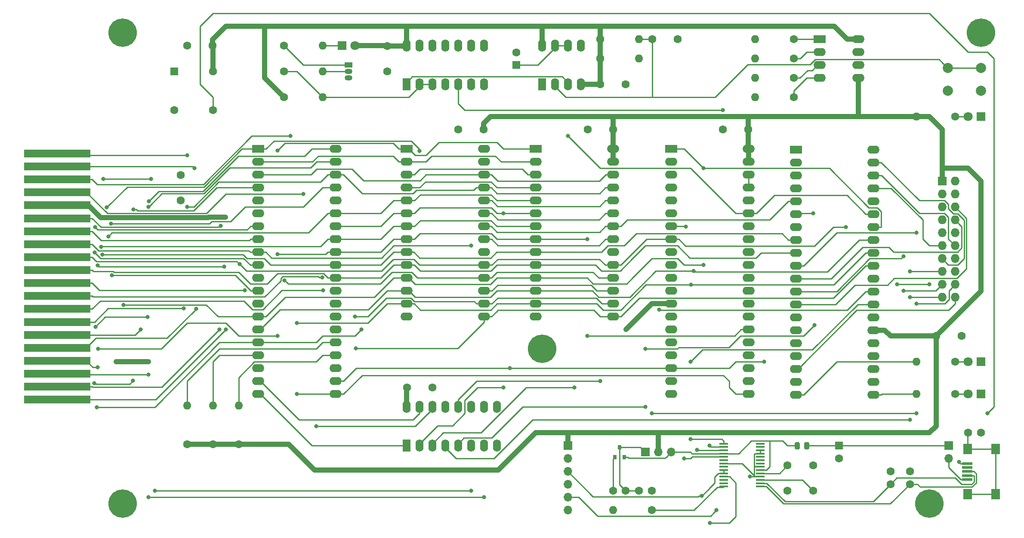
<source format=gbr>
G04 #@! TF.GenerationSoftware,KiCad,Pcbnew,(5.1.4)-1*
G04 #@! TF.CreationDate,2020-06-08T02:01:47+02:00*
G04 #@! TF.ProjectId,Z80Mini,5a38304d-696e-4692-9e6b-696361645f70,rev?*
G04 #@! TF.SameCoordinates,Original*
G04 #@! TF.FileFunction,Copper,L1,Top*
G04 #@! TF.FilePolarity,Positive*
%FSLAX46Y46*%
G04 Gerber Fmt 4.6, Leading zero omitted, Abs format (unit mm)*
G04 Created by KiCad (PCBNEW (5.1.4)-1) date 2020-06-08 02:01:47*
%MOMM*%
%LPD*%
G04 APERTURE LIST*
%ADD10O,2.400000X1.600000*%
%ADD11R,2.400000X1.600000*%
%ADD12O,1.700000X1.700000*%
%ADD13R,1.700000X1.700000*%
%ADD14C,1.600000*%
%ADD15C,5.600000*%
%ADD16O,1.727200X1.727200*%
%ADD17R,1.727200X1.727200*%
%ADD18R,1.600000X1.600000*%
%ADD19O,1.600000X2.400000*%
%ADD20R,1.600000X2.400000*%
%ADD21R,1.750000X0.450000*%
%ADD22R,0.800000X0.900000*%
%ADD23O,1.600000X1.600000*%
%ADD24R,1.500000X1.050000*%
%ADD25O,1.500000X1.050000*%
%ADD26C,1.800000*%
%ADD27R,1.800000X1.800000*%
%ADD28C,0.100000*%
%ADD29C,0.975000*%
%ADD30R,1.700000X2.000000*%
%ADD31R,2.000000X0.500000*%
%ADD32C,2.000000*%
%ADD33R,13.000000X1.650000*%
%ADD34C,0.800000*%
%ADD35C,0.250000*%
%ADD36C,1.000000*%
G04 APERTURE END LIST*
D10*
X154940000Y-73660000D03*
X139700000Y-106680000D03*
X154940000Y-76200000D03*
X139700000Y-104140000D03*
X154940000Y-78740000D03*
X139700000Y-101600000D03*
X154940000Y-81280000D03*
X139700000Y-99060000D03*
X154940000Y-83820000D03*
X139700000Y-96520000D03*
X154940000Y-86360000D03*
X139700000Y-93980000D03*
X154940000Y-88900000D03*
X139700000Y-91440000D03*
X154940000Y-91440000D03*
X139700000Y-88900000D03*
X154940000Y-93980000D03*
X139700000Y-86360000D03*
X154940000Y-96520000D03*
X139700000Y-83820000D03*
X154940000Y-99060000D03*
X139700000Y-81280000D03*
X154940000Y-101600000D03*
X139700000Y-78740000D03*
X154940000Y-104140000D03*
X139700000Y-76200000D03*
X154940000Y-106680000D03*
D11*
X139700000Y-73660000D03*
D12*
X191770000Y-133350000D03*
X189230000Y-133350000D03*
D13*
X186690000Y-133350000D03*
D12*
X246380000Y-134620000D03*
D13*
X246380000Y-132080000D03*
D12*
X171450000Y-144780000D03*
X171450000Y-142240000D03*
X171450000Y-139700000D03*
X171450000Y-137160000D03*
X171450000Y-134620000D03*
D13*
X171450000Y-132080000D03*
D14*
X139780000Y-120650000D03*
X144780000Y-120650000D03*
D15*
X166370000Y-113030000D03*
X242570000Y-143510000D03*
X83820000Y-143510000D03*
X83820000Y-50800000D03*
X252730000Y-50800000D03*
D16*
X247650000Y-102870000D03*
X245110000Y-102870000D03*
X247650000Y-100330000D03*
X245110000Y-100330000D03*
X247650000Y-97790000D03*
X245110000Y-97790000D03*
X247650000Y-95250000D03*
X245110000Y-95250000D03*
X247650000Y-92710000D03*
X245110000Y-92710000D03*
X247650000Y-90170000D03*
X245110000Y-90170000D03*
X247650000Y-87630000D03*
X245110000Y-87630000D03*
X247650000Y-85090000D03*
X245110000Y-85090000D03*
X247650000Y-82550000D03*
X245110000Y-82550000D03*
X247650000Y-80010000D03*
D17*
X245110000Y-80010000D03*
D14*
X224790000Y-134580000D03*
D18*
X224790000Y-132080000D03*
D19*
X139700000Y-124460000D03*
X157480000Y-132080000D03*
X142240000Y-124460000D03*
X154940000Y-132080000D03*
X144780000Y-124460000D03*
X152400000Y-132080000D03*
X147320000Y-124460000D03*
X149860000Y-132080000D03*
X149860000Y-124460000D03*
X147320000Y-132080000D03*
X152400000Y-124460000D03*
X144780000Y-132080000D03*
X154940000Y-124460000D03*
X142240000Y-132080000D03*
X157480000Y-124460000D03*
D20*
X139700000Y-132080000D03*
D21*
X209340000Y-131665000D03*
X209340000Y-132315000D03*
X209340000Y-132965000D03*
X209340000Y-133615000D03*
X209340000Y-134265000D03*
X209340000Y-134915000D03*
X209340000Y-135565000D03*
X209340000Y-136215000D03*
X209340000Y-136865000D03*
X209340000Y-137515000D03*
X209340000Y-138165000D03*
X209340000Y-138815000D03*
X209340000Y-139465000D03*
X209340000Y-140115000D03*
X202140000Y-140115000D03*
X202140000Y-139465000D03*
X202140000Y-138815000D03*
X202140000Y-138165000D03*
X202140000Y-137515000D03*
X202140000Y-136865000D03*
X202140000Y-136215000D03*
X202140000Y-135565000D03*
X202140000Y-134915000D03*
X202140000Y-134265000D03*
X202140000Y-133615000D03*
X202140000Y-132965000D03*
X202140000Y-132315000D03*
X202140000Y-131665000D03*
D22*
X181610000Y-132350000D03*
X182560000Y-134350000D03*
X180660000Y-134350000D03*
D14*
X161290000Y-54650000D03*
D18*
X161290000Y-57150000D03*
D14*
X214630000Y-135970000D03*
X214630000Y-140970000D03*
D23*
X180340000Y-144780000D03*
D14*
X187960000Y-144780000D03*
X185460000Y-140970000D03*
X187960000Y-140970000D03*
X182840000Y-140970000D03*
X180340000Y-140970000D03*
D19*
X166370000Y-53340000D03*
X173990000Y-60960000D03*
X168910000Y-53340000D03*
X171450000Y-60960000D03*
X171450000Y-53340000D03*
X168910000Y-60960000D03*
X173990000Y-53340000D03*
D20*
X166370000Y-60960000D03*
D23*
X123190000Y-63500000D03*
D14*
X115570000Y-63500000D03*
D23*
X123190000Y-53340000D03*
D14*
X115570000Y-53340000D03*
D23*
X123190000Y-58420000D03*
D14*
X115570000Y-58420000D03*
D24*
X128270000Y-57150000D03*
D25*
X128270000Y-59690000D03*
X128270000Y-58420000D03*
D26*
X129540000Y-53340000D03*
D27*
X127000000Y-53340000D03*
D14*
X193040000Y-52070000D03*
X188040000Y-52070000D03*
D10*
X125730000Y-73660000D03*
X110490000Y-121920000D03*
X125730000Y-76200000D03*
X110490000Y-119380000D03*
X125730000Y-78740000D03*
X110490000Y-116840000D03*
X125730000Y-81280000D03*
X110490000Y-114300000D03*
X125730000Y-83820000D03*
X110490000Y-111760000D03*
X125730000Y-86360000D03*
X110490000Y-109220000D03*
X125730000Y-88900000D03*
X110490000Y-106680000D03*
X125730000Y-91440000D03*
X110490000Y-104140000D03*
X125730000Y-93980000D03*
X110490000Y-101600000D03*
X125730000Y-96520000D03*
X110490000Y-99060000D03*
X125730000Y-99060000D03*
X110490000Y-96520000D03*
X125730000Y-101600000D03*
X110490000Y-93980000D03*
X125730000Y-104140000D03*
X110490000Y-91440000D03*
X125730000Y-106680000D03*
X110490000Y-88900000D03*
X125730000Y-109220000D03*
X110490000Y-86360000D03*
X125730000Y-111760000D03*
X110490000Y-83820000D03*
X125730000Y-114300000D03*
X110490000Y-81280000D03*
X125730000Y-116840000D03*
X110490000Y-78740000D03*
X125730000Y-119380000D03*
X110490000Y-76200000D03*
X125730000Y-121920000D03*
D11*
X110490000Y-73660000D03*
D23*
X185420000Y-55880000D03*
D14*
X177800000Y-55880000D03*
D19*
X139700000Y-53340000D03*
X154940000Y-60960000D03*
X142240000Y-53340000D03*
X152400000Y-60960000D03*
X144780000Y-53340000D03*
X149860000Y-60960000D03*
X147320000Y-53340000D03*
X147320000Y-60960000D03*
X149860000Y-53340000D03*
X144780000Y-60960000D03*
X152400000Y-53340000D03*
X142240000Y-60960000D03*
X154940000Y-53340000D03*
D20*
X139700000Y-60960000D03*
D14*
X180340000Y-69850000D03*
X175340000Y-69850000D03*
D10*
X180340000Y-73660000D03*
X165100000Y-106680000D03*
X180340000Y-76200000D03*
X165100000Y-104140000D03*
X180340000Y-78740000D03*
X165100000Y-101600000D03*
X180340000Y-81280000D03*
X165100000Y-99060000D03*
X180340000Y-83820000D03*
X165100000Y-96520000D03*
X180340000Y-86360000D03*
X165100000Y-93980000D03*
X180340000Y-88900000D03*
X165100000Y-91440000D03*
X180340000Y-91440000D03*
X165100000Y-88900000D03*
X180340000Y-93980000D03*
X165100000Y-86360000D03*
X180340000Y-96520000D03*
X165100000Y-83820000D03*
X180340000Y-99060000D03*
X165100000Y-81280000D03*
X180340000Y-101600000D03*
X165100000Y-78740000D03*
X180340000Y-104140000D03*
X165100000Y-76200000D03*
X180340000Y-106680000D03*
D11*
X165100000Y-73660000D03*
D14*
X219710000Y-135970000D03*
X219710000Y-140970000D03*
D10*
X207010000Y-73660000D03*
X191770000Y-121920000D03*
X207010000Y-76200000D03*
X191770000Y-119380000D03*
X207010000Y-78740000D03*
X191770000Y-116840000D03*
X207010000Y-81280000D03*
X191770000Y-114300000D03*
X207010000Y-83820000D03*
X191770000Y-111760000D03*
X207010000Y-86360000D03*
X191770000Y-109220000D03*
X207010000Y-88900000D03*
X191770000Y-106680000D03*
X207010000Y-91440000D03*
X191770000Y-104140000D03*
X207010000Y-93980000D03*
X191770000Y-101600000D03*
X207010000Y-96520000D03*
X191770000Y-99060000D03*
X207010000Y-99060000D03*
X191770000Y-96520000D03*
X207010000Y-101600000D03*
X191770000Y-93980000D03*
X207010000Y-104140000D03*
X191770000Y-91440000D03*
X207010000Y-106680000D03*
X191770000Y-88900000D03*
X207010000Y-109220000D03*
X191770000Y-86360000D03*
X207010000Y-111760000D03*
X191770000Y-83820000D03*
X207010000Y-114300000D03*
X191770000Y-81280000D03*
X207010000Y-116840000D03*
X191770000Y-78740000D03*
X207010000Y-119380000D03*
X191770000Y-76200000D03*
X207010000Y-121920000D03*
D11*
X191770000Y-73660000D03*
D10*
X231590000Y-73780000D03*
X216350000Y-122040000D03*
X231590000Y-76320000D03*
X216350000Y-119500000D03*
X231590000Y-78860000D03*
X216350000Y-116960000D03*
X231590000Y-81400000D03*
X216350000Y-114420000D03*
X231590000Y-83940000D03*
X216350000Y-111880000D03*
X231590000Y-86480000D03*
X216350000Y-109340000D03*
X231590000Y-89020000D03*
X216350000Y-106800000D03*
X231590000Y-91560000D03*
X216350000Y-104260000D03*
X231590000Y-94100000D03*
X216350000Y-101720000D03*
X231590000Y-96640000D03*
X216350000Y-99180000D03*
X231590000Y-99180000D03*
X216350000Y-96640000D03*
X231590000Y-101720000D03*
X216350000Y-94100000D03*
X231590000Y-104260000D03*
X216350000Y-91560000D03*
X231590000Y-106800000D03*
X216350000Y-89020000D03*
X231590000Y-109340000D03*
X216350000Y-86480000D03*
X231590000Y-111880000D03*
X216350000Y-83940000D03*
X231590000Y-114420000D03*
X216350000Y-81400000D03*
X231590000Y-116960000D03*
X216350000Y-78860000D03*
X231590000Y-119500000D03*
X216350000Y-76320000D03*
X231590000Y-122040000D03*
D11*
X216350000Y-73780000D03*
D10*
X228600000Y-52070000D03*
X220980000Y-59690000D03*
X228600000Y-54610000D03*
X220980000Y-57150000D03*
X228600000Y-57150000D03*
X220980000Y-54610000D03*
X228600000Y-59690000D03*
D11*
X220980000Y-52070000D03*
D23*
X208280000Y-63500000D03*
D14*
X215900000Y-63500000D03*
D23*
X208280000Y-59690000D03*
D14*
X215900000Y-59690000D03*
D23*
X208280000Y-55880000D03*
D14*
X215900000Y-55880000D03*
D23*
X208280000Y-52070000D03*
D14*
X215900000Y-52070000D03*
D23*
X240030000Y-67310000D03*
D14*
X247650000Y-67310000D03*
D26*
X250190000Y-67310000D03*
D27*
X252730000Y-67310000D03*
D23*
X240030000Y-121920000D03*
D14*
X247650000Y-121920000D03*
D23*
X240030000Y-115570000D03*
D14*
X247650000Y-115570000D03*
D26*
X250190000Y-121920000D03*
D27*
X252730000Y-121920000D03*
D26*
X250190000Y-115570000D03*
D27*
X252730000Y-115570000D03*
D28*
G36*
X218707642Y-131381174D02*
G01*
X218731303Y-131384684D01*
X218754507Y-131390496D01*
X218777029Y-131398554D01*
X218798653Y-131408782D01*
X218819170Y-131421079D01*
X218838383Y-131435329D01*
X218856107Y-131451393D01*
X218872171Y-131469117D01*
X218886421Y-131488330D01*
X218898718Y-131508847D01*
X218908946Y-131530471D01*
X218917004Y-131552993D01*
X218922816Y-131576197D01*
X218926326Y-131599858D01*
X218927500Y-131623750D01*
X218927500Y-132536250D01*
X218926326Y-132560142D01*
X218922816Y-132583803D01*
X218917004Y-132607007D01*
X218908946Y-132629529D01*
X218898718Y-132651153D01*
X218886421Y-132671670D01*
X218872171Y-132690883D01*
X218856107Y-132708607D01*
X218838383Y-132724671D01*
X218819170Y-132738921D01*
X218798653Y-132751218D01*
X218777029Y-132761446D01*
X218754507Y-132769504D01*
X218731303Y-132775316D01*
X218707642Y-132778826D01*
X218683750Y-132780000D01*
X218196250Y-132780000D01*
X218172358Y-132778826D01*
X218148697Y-132775316D01*
X218125493Y-132769504D01*
X218102971Y-132761446D01*
X218081347Y-132751218D01*
X218060830Y-132738921D01*
X218041617Y-132724671D01*
X218023893Y-132708607D01*
X218007829Y-132690883D01*
X217993579Y-132671670D01*
X217981282Y-132651153D01*
X217971054Y-132629529D01*
X217962996Y-132607007D01*
X217957184Y-132583803D01*
X217953674Y-132560142D01*
X217952500Y-132536250D01*
X217952500Y-131623750D01*
X217953674Y-131599858D01*
X217957184Y-131576197D01*
X217962996Y-131552993D01*
X217971054Y-131530471D01*
X217981282Y-131508847D01*
X217993579Y-131488330D01*
X218007829Y-131469117D01*
X218023893Y-131451393D01*
X218041617Y-131435329D01*
X218060830Y-131421079D01*
X218081347Y-131408782D01*
X218102971Y-131398554D01*
X218125493Y-131390496D01*
X218148697Y-131384684D01*
X218172358Y-131381174D01*
X218196250Y-131380000D01*
X218683750Y-131380000D01*
X218707642Y-131381174D01*
X218707642Y-131381174D01*
G37*
D29*
X218440000Y-132080000D03*
D28*
G36*
X216832642Y-131381174D02*
G01*
X216856303Y-131384684D01*
X216879507Y-131390496D01*
X216902029Y-131398554D01*
X216923653Y-131408782D01*
X216944170Y-131421079D01*
X216963383Y-131435329D01*
X216981107Y-131451393D01*
X216997171Y-131469117D01*
X217011421Y-131488330D01*
X217023718Y-131508847D01*
X217033946Y-131530471D01*
X217042004Y-131552993D01*
X217047816Y-131576197D01*
X217051326Y-131599858D01*
X217052500Y-131623750D01*
X217052500Y-132536250D01*
X217051326Y-132560142D01*
X217047816Y-132583803D01*
X217042004Y-132607007D01*
X217033946Y-132629529D01*
X217023718Y-132651153D01*
X217011421Y-132671670D01*
X216997171Y-132690883D01*
X216981107Y-132708607D01*
X216963383Y-132724671D01*
X216944170Y-132738921D01*
X216923653Y-132751218D01*
X216902029Y-132761446D01*
X216879507Y-132769504D01*
X216856303Y-132775316D01*
X216832642Y-132778826D01*
X216808750Y-132780000D01*
X216321250Y-132780000D01*
X216297358Y-132778826D01*
X216273697Y-132775316D01*
X216250493Y-132769504D01*
X216227971Y-132761446D01*
X216206347Y-132751218D01*
X216185830Y-132738921D01*
X216166617Y-132724671D01*
X216148893Y-132708607D01*
X216132829Y-132690883D01*
X216118579Y-132671670D01*
X216106282Y-132651153D01*
X216096054Y-132629529D01*
X216087996Y-132607007D01*
X216082184Y-132583803D01*
X216078674Y-132560142D01*
X216077500Y-132536250D01*
X216077500Y-131623750D01*
X216078674Y-131599858D01*
X216082184Y-131576197D01*
X216087996Y-131552993D01*
X216096054Y-131530471D01*
X216106282Y-131508847D01*
X216118579Y-131488330D01*
X216132829Y-131469117D01*
X216148893Y-131451393D01*
X216166617Y-131435329D01*
X216185830Y-131421079D01*
X216206347Y-131408782D01*
X216227971Y-131398554D01*
X216250493Y-131390496D01*
X216273697Y-131384684D01*
X216297358Y-131381174D01*
X216321250Y-131380000D01*
X216808750Y-131380000D01*
X216832642Y-131381174D01*
X216832642Y-131381174D01*
G37*
D29*
X216565000Y-132080000D03*
D30*
X255580000Y-132710000D03*
X250130000Y-132710000D03*
X255580000Y-141610000D03*
X250130000Y-141610000D03*
D31*
X250030000Y-135560000D03*
X250030000Y-136360000D03*
X250030000Y-137160000D03*
X250030000Y-137960000D03*
X250030000Y-138760000D03*
D14*
X252730000Y-129540000D03*
X250230000Y-129540000D03*
X238760000Y-139660000D03*
X238760000Y-137160000D03*
X234950000Y-137160000D03*
X234950000Y-139660000D03*
D32*
X246230000Y-62230000D03*
X246230000Y-57730000D03*
X252730000Y-62230000D03*
X252730000Y-57730000D03*
D14*
X93980000Y-66040000D03*
X101600000Y-66040000D03*
X101600000Y-58420000D03*
D18*
X93980000Y-58420000D03*
D23*
X96520000Y-124160000D03*
D14*
X96520000Y-131780000D03*
D23*
X106680000Y-124160000D03*
D14*
X106680000Y-131780000D03*
D23*
X101600000Y-124160000D03*
D14*
X101600000Y-131780000D03*
D23*
X185420000Y-52070000D03*
D14*
X177800000Y-52070000D03*
D33*
X70993000Y-122999000D03*
X70993000Y-120449000D03*
X70993000Y-117899000D03*
X70993000Y-115349000D03*
X70993000Y-112799000D03*
X70993000Y-110249000D03*
X70993000Y-107699000D03*
X70993000Y-105149000D03*
X70993000Y-102599000D03*
X70993000Y-100049000D03*
X70993000Y-97499000D03*
X70993000Y-94949000D03*
X70993000Y-92399000D03*
X70993000Y-89849000D03*
X70993000Y-87299000D03*
X70993000Y-84749000D03*
X70993000Y-82199000D03*
X70993000Y-79649000D03*
X70993000Y-77099000D03*
X70993000Y-74549000D03*
D14*
X206930000Y-69850000D03*
X201930000Y-69850000D03*
X243920000Y-110490000D03*
X248920000Y-110490000D03*
X101520000Y-53340000D03*
X96520000Y-53340000D03*
X182800000Y-60960000D03*
X177800000Y-60960000D03*
X135890000Y-53420000D03*
X135890000Y-58420000D03*
X154860000Y-69850000D03*
X149860000Y-69850000D03*
X95250000Y-78820000D03*
X95250000Y-83820000D03*
D34*
X248400200Y-135255500D03*
X88900000Y-115570000D03*
X82550000Y-115570000D03*
X207275000Y-138165000D03*
X182880000Y-109220000D03*
X104085400Y-87095400D03*
X95250000Y-87095400D03*
X214630000Y-129540000D03*
X182880000Y-129540000D03*
X133650000Y-136860000D03*
X118110000Y-121920000D03*
X84012600Y-104312700D03*
X198120000Y-96520000D03*
X198120000Y-77470000D03*
X195654500Y-100405000D03*
X81702200Y-98505900D03*
X118110000Y-107950000D03*
X219965000Y-108328000D03*
X186690000Y-113030000D03*
X78426300Y-89014200D03*
X129540000Y-106680000D03*
X194617200Y-88972300D03*
X78310100Y-93996400D03*
X115664979Y-99490085D03*
X195580000Y-115570000D03*
X103784700Y-96855100D03*
X78875200Y-96525100D03*
X210102800Y-115570000D03*
X160020000Y-116840000D03*
X79804400Y-94482200D03*
X79589900Y-92923200D03*
X81011000Y-90903500D03*
X172720000Y-120650000D03*
X81551700Y-88310200D03*
X80010000Y-79586000D03*
X89392175Y-79517825D03*
X88743100Y-106741700D03*
X78468600Y-108662900D03*
X88900000Y-85090000D03*
X142264600Y-74010300D03*
X80733358Y-85138930D03*
X78964200Y-113030000D03*
X114300000Y-110490000D03*
X85898000Y-119222700D03*
X78210700Y-119799900D03*
X85927510Y-85545379D03*
X114300000Y-73951800D03*
X104140000Y-109220000D03*
X121920000Y-128270000D03*
X102870000Y-109220000D03*
X88900000Y-118110000D03*
X98334990Y-105119500D03*
X88950400Y-83964700D03*
X87344600Y-109220000D03*
X96513400Y-85026100D03*
X95852100Y-105039200D03*
X123316500Y-101512100D03*
X123069300Y-98924300D03*
X158750000Y-86360000D03*
X158750000Y-120650000D03*
X114269900Y-94375300D03*
X107907700Y-101486800D03*
X175260000Y-91440000D03*
X175260000Y-110410600D03*
X226113700Y-89044100D03*
X106859500Y-96340500D03*
X189383500Y-105265900D03*
X152400000Y-92710000D03*
X129674000Y-112896000D03*
X196212100Y-97654300D03*
X103087800Y-88770600D03*
X119380000Y-82550000D03*
X97963710Y-77470000D03*
X96520000Y-74930000D03*
X78706600Y-124493400D03*
X130810000Y-109220000D03*
X171450000Y-71120000D03*
X196850000Y-132889990D03*
X199390000Y-147320000D03*
X238760000Y-102870000D03*
X237490000Y-94745900D03*
X240030000Y-90170000D03*
X238760000Y-97790000D03*
X236220000Y-100330000D03*
X242570000Y-100330000D03*
X237490000Y-101600000D03*
X240030000Y-104140000D03*
X219710000Y-86360000D03*
X238760000Y-127000000D03*
X186690000Y-124460000D03*
X201930000Y-66040000D03*
X187960000Y-125730000D03*
X240030000Y-125730000D03*
X254000000Y-125730000D03*
X154940000Y-142240000D03*
X88900000Y-142240000D03*
X78908113Y-116670010D03*
X152400000Y-140970000D03*
X90170000Y-140970000D03*
X177800000Y-119380000D03*
X116840000Y-71120000D03*
X200660000Y-144780000D03*
X199339555Y-132080000D03*
X197825000Y-141945000D03*
X194310000Y-134620000D03*
X195580000Y-130810000D03*
D35*
X248400200Y-135255500D02*
X248704700Y-135560000D01*
X250030000Y-135560000D02*
X248704700Y-135560000D01*
D36*
X216750000Y-89020000D02*
X216870000Y-88900000D01*
X216350000Y-89020000D02*
X216750000Y-89020000D01*
X82550000Y-115570000D02*
X88900000Y-115570000D01*
D35*
X214365000Y-140705000D02*
X214630000Y-140970000D01*
X209340000Y-132965000D02*
X209340000Y-133615000D01*
X208304998Y-138165000D02*
X209340000Y-138165000D01*
X205704998Y-135565000D02*
X208304998Y-138165000D01*
X202140000Y-135565000D02*
X205704998Y-135565000D01*
X209340000Y-138165000D02*
X207275000Y-138165000D01*
X207275000Y-138165000D02*
X207275000Y-138165000D01*
X208304998Y-136215000D02*
X209340000Y-136215000D01*
X208139999Y-136050001D02*
X208304998Y-136215000D01*
X208215000Y-133615000D02*
X208139999Y-133690001D01*
X209340000Y-133615000D02*
X208215000Y-133615000D01*
X208139999Y-138000001D02*
X208304998Y-138165000D01*
X208139999Y-135749999D02*
X208139999Y-138000001D01*
X208139999Y-133690001D02*
X208139999Y-135749999D01*
X208139999Y-135749999D02*
X208139999Y-136050001D01*
D36*
X242570000Y-67310000D02*
X240030000Y-67310000D01*
X245110000Y-69850000D02*
X242570000Y-67310000D01*
X206930000Y-73580000D02*
X207010000Y-73660000D01*
X206930000Y-69850000D02*
X206930000Y-73580000D01*
X187960000Y-104140000D02*
X191770000Y-104140000D01*
D35*
X191770000Y-104140000D02*
X190244700Y-104140000D01*
D36*
X182880000Y-109220000D02*
X184150000Y-107950000D01*
X184150000Y-107950000D02*
X187960000Y-104140000D01*
X139620000Y-53420000D02*
X139700000Y-53340000D01*
X228200000Y-52070000D02*
X228600000Y-52070000D01*
X135890000Y-53420000D02*
X139620000Y-53420000D01*
X180340000Y-69850000D02*
X180340000Y-73660000D01*
X206930000Y-67390000D02*
X207010000Y-67310000D01*
X206930000Y-69850000D02*
X206930000Y-67390000D01*
X222250000Y-67310000D02*
X207010000Y-67310000D01*
X182880000Y-129540000D02*
X182880000Y-129540000D01*
X172720000Y-49530000D02*
X173990000Y-49530000D01*
X177800000Y-52070000D02*
X177800000Y-57150000D01*
X166370000Y-53340000D02*
X166370000Y-49530000D01*
X172720000Y-49530000D02*
X166370000Y-49530000D01*
X177800000Y-52070000D02*
X177800000Y-49530000D01*
X173990000Y-49530000D02*
X177800000Y-49530000D01*
X173990000Y-60960000D02*
X177800000Y-60960000D01*
X177800000Y-57150000D02*
X177800000Y-60960000D01*
X154860000Y-68660000D02*
X154860000Y-69850000D01*
X156210000Y-67310000D02*
X154860000Y-68660000D01*
X180340000Y-67310000D02*
X180340000Y-69850000D01*
X207010000Y-67310000D02*
X180340000Y-67310000D01*
X180340000Y-67310000D02*
X156210000Y-67310000D01*
X101600000Y-53420000D02*
X101520000Y-53340000D01*
X101600000Y-58420000D02*
X101600000Y-53420000D01*
X100671730Y-87185011D02*
X79464013Y-87185011D01*
X100761341Y-87095400D02*
X100671730Y-87185011D01*
X104085400Y-87095400D02*
X100761341Y-87095400D01*
D35*
X103519715Y-87095400D02*
X104085400Y-87095400D01*
X80108989Y-87095400D02*
X103519715Y-87095400D01*
D36*
X77028002Y-84749000D02*
X70993000Y-84749000D01*
X79464013Y-87185011D02*
X77028002Y-84749000D01*
X182880000Y-129540000D02*
X189230000Y-129540000D01*
X182880000Y-129540000D02*
X171450000Y-129540000D01*
X171450000Y-132080000D02*
X171450000Y-129540000D01*
X207010000Y-73660000D02*
X207010000Y-76200000D01*
X208280000Y-129540000D02*
X242570000Y-129540000D01*
X243920000Y-128190000D02*
X243920000Y-126840000D01*
X242570000Y-129540000D02*
X243920000Y-128190000D01*
X189230000Y-129540000D02*
X208280000Y-129540000D01*
D35*
X213085000Y-137515000D02*
X209340000Y-137515000D01*
X214630000Y-135970000D02*
X213085000Y-137515000D01*
D36*
X134920000Y-136860000D02*
X139400000Y-136860000D01*
X133650000Y-136860000D02*
X134920000Y-136860000D01*
X139700000Y-120650000D02*
X139700000Y-124460000D01*
X245110000Y-80010000D02*
X245110000Y-77470000D01*
X245110000Y-78146400D02*
X245110000Y-80010000D01*
X231590000Y-109340000D02*
X233800000Y-109340000D01*
X233800000Y-109340000D02*
X234950000Y-110490000D01*
X243920000Y-126840000D02*
X243920000Y-110490000D01*
X234950000Y-110490000D02*
X243920000Y-110490000D01*
X243920000Y-110490000D02*
X246460000Y-107950000D01*
X245110000Y-77470000D02*
X245110000Y-69850000D01*
X252730000Y-101680000D02*
X246460000Y-107950000D01*
X252730000Y-80010000D02*
X252730000Y-101680000D01*
X250190000Y-77470000D02*
X252730000Y-80010000D01*
X245110000Y-77470000D02*
X250190000Y-77470000D01*
X189230000Y-133350000D02*
X189230000Y-129540000D01*
X96520000Y-131780000D02*
X116540000Y-131780000D01*
X121620000Y-136860000D02*
X133650000Y-136860000D01*
X116540000Y-131780000D02*
X121620000Y-136860000D01*
X180340000Y-76200000D02*
X180340000Y-73660000D01*
X228600000Y-59690000D02*
X228600000Y-67310000D01*
X240030000Y-67310000D02*
X228600000Y-67310000D01*
X228600000Y-67310000D02*
X222250000Y-67310000D01*
X226400000Y-52070000D02*
X228600000Y-52070000D01*
X223860000Y-49530000D02*
X226400000Y-52070000D01*
X177800000Y-49530000D02*
X223860000Y-49530000D01*
X139700000Y-53340000D02*
X139700000Y-52940000D01*
X135810000Y-53340000D02*
X135890000Y-53420000D01*
X130810000Y-53340000D02*
X135810000Y-53340000D01*
X139700000Y-53340000D02*
X139700000Y-49530000D01*
X139700000Y-49530000D02*
X166370000Y-49530000D01*
X101520000Y-53340000D02*
X101520000Y-52150000D01*
X101520000Y-52150000D02*
X104140000Y-49530000D01*
X115570000Y-63500000D02*
X111760000Y-59690000D01*
X113030000Y-49530000D02*
X139700000Y-49530000D01*
X111760000Y-59690000D02*
X111760000Y-49530000D01*
X104140000Y-49530000D02*
X111760000Y-49530000D01*
X111760000Y-49530000D02*
X113030000Y-49530000D01*
X130810000Y-53340000D02*
X129540000Y-53340000D01*
X165100000Y-129540000D02*
X171450000Y-129540000D01*
X134920000Y-136860000D02*
X157780000Y-136860000D01*
X157780000Y-136860000D02*
X165100000Y-129540000D01*
D35*
X250130000Y-141610000D02*
X255580000Y-141610000D01*
X250717700Y-132710000D02*
X250230000Y-132222300D01*
X250717700Y-132710000D02*
X251305300Y-132710000D01*
X250130000Y-132710000D02*
X250717700Y-132710000D01*
X255580000Y-132710000D02*
X251305300Y-132710000D01*
X255580000Y-141610000D02*
X255580000Y-132710000D01*
X250130000Y-129640000D02*
X250230000Y-129540000D01*
X250130000Y-132710000D02*
X250130000Y-129640000D01*
X251355300Y-137960000D02*
X251355300Y-139197800D01*
X251355300Y-139197800D02*
X251217700Y-139335400D01*
X250030000Y-137960000D02*
X251355300Y-137960000D01*
X251355300Y-139197800D02*
X250853100Y-139700000D01*
X231550011Y-143059989D02*
X234950000Y-139660000D01*
X214179989Y-143059989D02*
X231550011Y-143059989D01*
X209340000Y-139465000D02*
X210585000Y-139465000D01*
X210585000Y-139465000D02*
X214179989Y-143059989D01*
X236180000Y-138430000D02*
X239195002Y-138430000D01*
X234950000Y-139660000D02*
X236180000Y-138430000D01*
X250853100Y-139700000D02*
X248920000Y-139700000D01*
X248920000Y-139700000D02*
X247650000Y-138430000D01*
X247650000Y-138430000D02*
X238760000Y-138430000D01*
X251805700Y-139384300D02*
X250995500Y-140194500D01*
X251805700Y-137610400D02*
X251805700Y-139384300D01*
X250030000Y-137160000D02*
X251355300Y-137160000D01*
X251355300Y-137160000D02*
X251805700Y-137610400D01*
X240765500Y-140194500D02*
X250995500Y-140194500D01*
X234910000Y-143510000D02*
X238760000Y-139660000D01*
X210465000Y-140115000D02*
X209340000Y-140115000D01*
X213860000Y-143510000D02*
X210465000Y-140115000D01*
X234910000Y-143510000D02*
X213860000Y-143510000D01*
X240231000Y-139660000D02*
X238760000Y-139660000D01*
X240765500Y-140194500D02*
X240231000Y-139660000D01*
X218440000Y-132080000D02*
X242570000Y-132080000D01*
X242570000Y-132080000D02*
X246380000Y-132080000D01*
X101600000Y-115570000D02*
X101600000Y-119380000D01*
X110490000Y-114300000D02*
X102870000Y-114300000D01*
X102870000Y-114300000D02*
X101600000Y-115570000D01*
X101600000Y-119380000D02*
X101600000Y-124160000D01*
X123190000Y-114300000D02*
X125730000Y-114300000D01*
X121920000Y-115570000D02*
X123190000Y-114300000D01*
X109768996Y-115570000D02*
X121920000Y-115570000D01*
X106680000Y-124160000D02*
X106680000Y-118658996D01*
X106680000Y-118658996D02*
X109768996Y-115570000D01*
X197685300Y-118217500D02*
X197685300Y-118217600D01*
X197685300Y-118217600D02*
X130957700Y-118217600D01*
X130957700Y-118217600D02*
X127255300Y-121920000D01*
X207010000Y-121920000D02*
X205484700Y-121920000D01*
X125730000Y-121920000D02*
X127255300Y-121920000D01*
X178814700Y-88900000D02*
X177680400Y-90034300D01*
X180340000Y-88900000D02*
X181865300Y-88900000D01*
X216350000Y-83940000D02*
X214824700Y-83940000D01*
X214824700Y-83940000D02*
X211134700Y-87630000D01*
X211134700Y-87630000D02*
X183135300Y-87630000D01*
X183135300Y-87630000D02*
X181865300Y-88900000D01*
X180340000Y-88900000D02*
X178814700Y-88900000D01*
X197685300Y-118217500D02*
X202037500Y-118217500D01*
X202037500Y-118217500D02*
X203200000Y-119380000D01*
X203200000Y-119380000D02*
X203200000Y-120650000D01*
X204470000Y-121920000D02*
X205484700Y-121920000D01*
X203200000Y-120650000D02*
X204470000Y-121920000D01*
X157524300Y-90034300D02*
X157615700Y-90034300D01*
X156390000Y-88900000D02*
X157524300Y-90034300D01*
X154940000Y-88900000D02*
X156390000Y-88900000D01*
X177680400Y-90034300D02*
X157615700Y-90034300D01*
X118110000Y-121920000D02*
X125730000Y-121920000D01*
X110490000Y-106680000D02*
X102613000Y-106680000D01*
X102613000Y-106680000D02*
X100245800Y-104312800D01*
X100245800Y-104312800D02*
X84012600Y-104312800D01*
X84012600Y-104312800D02*
X84012600Y-104312700D01*
X231590000Y-89020000D02*
X233115300Y-89020000D01*
X222919800Y-77470000D02*
X230659800Y-85210000D01*
X230659800Y-85210000D02*
X232311700Y-85210000D01*
X232311700Y-85210000D02*
X233115300Y-86013600D01*
X233115300Y-86013600D02*
X233115300Y-89020000D01*
X110490000Y-106680000D02*
X112015300Y-106680000D01*
X112015300Y-106680000D02*
X115825300Y-102870000D01*
X183024990Y-100185010D02*
X184150000Y-99060000D01*
X140100000Y-99060000D02*
X141370000Y-100330000D01*
X139700000Y-99060000D02*
X140100000Y-99060000D01*
X141370000Y-100330000D02*
X156210000Y-100330000D01*
X156210000Y-100330000D02*
X157480000Y-99060000D01*
X157480000Y-99060000D02*
X165100000Y-99060000D01*
X184150000Y-99060000D02*
X187960000Y-95250000D01*
X187960000Y-95250000D02*
X193040000Y-95250000D01*
X193040000Y-95250000D02*
X194310000Y-96520000D01*
X194310000Y-96520000D02*
X196850000Y-96520000D01*
X196850000Y-96520000D02*
X198120000Y-96520000D01*
X198120000Y-96520000D02*
X198120000Y-96520000D01*
X222919800Y-77470000D02*
X198120000Y-77470000D01*
X198120000Y-77470000D02*
X198120000Y-77470000D01*
X194310000Y-73660000D02*
X198120000Y-77470000D01*
X191770000Y-73660000D02*
X194310000Y-73660000D01*
X137160000Y-99060000D02*
X133350000Y-102870000D01*
X139700000Y-99060000D02*
X137160000Y-99060000D01*
X115825300Y-102870000D02*
X133350000Y-102870000D01*
X165100000Y-99060000D02*
X175260000Y-99060000D01*
X176385010Y-100185010D02*
X181754990Y-100185010D01*
X175260000Y-99060000D02*
X176385010Y-100185010D01*
X179474006Y-100185010D02*
X181754990Y-100185010D01*
X181754990Y-100185010D02*
X183024990Y-100185010D01*
X139700000Y-104140000D02*
X141225300Y-104140000D01*
X141225300Y-104140000D02*
X142413900Y-105328600D01*
X195654500Y-100405000D02*
X223759700Y-100405000D01*
X223759700Y-100405000D02*
X230064700Y-94100000D01*
X108964700Y-101483400D02*
X105987200Y-98505900D01*
X105987200Y-98505900D02*
X81702200Y-98505900D01*
X231590000Y-94100000D02*
X230064700Y-94100000D01*
X109040000Y-101600000D02*
X110490000Y-101600000D01*
X108964700Y-101524700D02*
X109040000Y-101600000D01*
X108964700Y-101483400D02*
X108964700Y-101524700D01*
X177166411Y-104140000D02*
X178357011Y-105330600D01*
X186806200Y-100405000D02*
X195088815Y-100405000D01*
X195088815Y-100405000D02*
X195654500Y-100405000D01*
X181880600Y-105330600D02*
X186806200Y-100405000D01*
X178357011Y-105330600D02*
X181880600Y-105330600D01*
X165100000Y-104140000D02*
X177166411Y-104140000D01*
X118110000Y-107950000D02*
X118110000Y-107950000D01*
X132080000Y-107950000D02*
X118110000Y-107950000D01*
X139700000Y-104140000D02*
X135890000Y-104140000D01*
X135890000Y-104140000D02*
X132080000Y-107950000D01*
X142413900Y-105328600D02*
X156291400Y-105328600D01*
X157480000Y-104140000D02*
X165100000Y-104140000D01*
X156291400Y-105328600D02*
X157480000Y-104140000D01*
X193295400Y-112724200D02*
X203110500Y-112724200D01*
X203110500Y-112724200D02*
X205369300Y-110465400D01*
X205369300Y-110465400D02*
X217827600Y-110465400D01*
X217827600Y-110465400D02*
X219965000Y-108328000D01*
X156465300Y-104140000D02*
X157614600Y-102990700D01*
X157614600Y-102990700D02*
X177028500Y-102990700D01*
X177028500Y-102990700D02*
X178177800Y-104140000D01*
X178177800Y-104140000D02*
X178814700Y-104140000D01*
X179577400Y-104140000D02*
X180340000Y-104140000D01*
X179577400Y-104140000D02*
X178814700Y-104140000D01*
X78426300Y-89014200D02*
X78911900Y-89499800D01*
X78911900Y-89499800D02*
X108364900Y-89499800D01*
X108364900Y-89499800D02*
X108964700Y-88900000D01*
X154940000Y-104140000D02*
X156465300Y-104140000D01*
X110490000Y-88900000D02*
X108964700Y-88900000D01*
X193295400Y-112724200D02*
X192989600Y-113030000D01*
X192989600Y-113030000D02*
X187960000Y-113030000D01*
X153490000Y-104140000D02*
X153024006Y-103674006D01*
X154940000Y-104140000D02*
X153490000Y-104140000D01*
X153024006Y-103674006D02*
X141225010Y-103674006D01*
X141225010Y-103674006D02*
X140565994Y-103014990D01*
X132080000Y-106680000D02*
X129540000Y-106680000D01*
X140565994Y-103014990D02*
X135745010Y-103014990D01*
X135745010Y-103014990D02*
X132080000Y-106680000D01*
X187960000Y-113030000D02*
X186690000Y-113030000D01*
X191770000Y-88900000D02*
X194544900Y-88900000D01*
X194544900Y-88900000D02*
X194617200Y-88972300D01*
X78310100Y-93996400D02*
X78310100Y-94013600D01*
X78310100Y-94013600D02*
X79504000Y-95207500D01*
X79504000Y-95207500D02*
X107652200Y-95207500D01*
X107652200Y-95207500D02*
X108964700Y-96520000D01*
X110490000Y-96520000D02*
X108964700Y-96520000D01*
X116064978Y-99890084D02*
X115664979Y-99490085D01*
X116401994Y-100227100D02*
X116064978Y-99890084D01*
X157516200Y-97933800D02*
X158893800Y-97933800D01*
X156390000Y-99060000D02*
X157516200Y-97933800D01*
X154940000Y-99060000D02*
X156390000Y-99060000D01*
X158893800Y-97933800D02*
X157969790Y-97933800D01*
X219586014Y-113174990D02*
X197975010Y-113174990D01*
X231590000Y-104260000D02*
X228501004Y-104260000D01*
X228501004Y-104260000D02*
X219586014Y-113174990D01*
X197975010Y-113174990D02*
X195580000Y-115570000D01*
X195580000Y-115570000D02*
X195580000Y-115570000D01*
X136821400Y-97922800D02*
X134517100Y-100227100D01*
X140725000Y-97922800D02*
X136821400Y-97922800D01*
X141862200Y-99060000D02*
X140725000Y-97922800D01*
X154940000Y-99060000D02*
X141862200Y-99060000D01*
X134517100Y-100227100D02*
X116401994Y-100227100D01*
X177512400Y-99060000D02*
X176386200Y-97933800D01*
X180340000Y-99060000D02*
X177512400Y-99060000D01*
X176386200Y-97933800D02*
X158893800Y-97933800D01*
X127255300Y-119380000D02*
X129795300Y-116840000D01*
X125730000Y-119380000D02*
X127255300Y-119380000D01*
X78875200Y-96525100D02*
X79205200Y-96855100D01*
X79205200Y-96855100D02*
X103784700Y-96855100D01*
X191770000Y-116840000D02*
X193295300Y-116840000D01*
X191770000Y-116840000D02*
X203200000Y-116840000D01*
X203200000Y-116840000D02*
X204470000Y-115570000D01*
X204470000Y-115570000D02*
X210102800Y-115570000D01*
X129795300Y-116840000D02*
X160020000Y-116840000D01*
X160020000Y-116840000D02*
X191770000Y-116840000D01*
X125730000Y-96520000D02*
X112979600Y-96520000D01*
X112979600Y-96520000D02*
X111709600Y-95250000D01*
X111709600Y-95250000D02*
X108331600Y-95250000D01*
X108331600Y-95250000D02*
X107563800Y-94482200D01*
X107563800Y-94482200D02*
X79804400Y-94482200D01*
X216350000Y-91560000D02*
X214824700Y-91560000D01*
X165100000Y-93980000D02*
X178074900Y-93980000D01*
X178074900Y-93980000D02*
X179344900Y-92710000D01*
X179344900Y-92710000D02*
X182525700Y-92710000D01*
X182525700Y-92710000D02*
X184921000Y-90314700D01*
X184921000Y-90314700D02*
X213579400Y-90314700D01*
X213579400Y-90314700D02*
X214824700Y-91560000D01*
X139351800Y-93980000D02*
X139700000Y-93980000D01*
X134078400Y-96520000D02*
X125730000Y-96520000D01*
X139700000Y-93980000D02*
X137160000Y-93980000D01*
X137160000Y-93980000D02*
X134620000Y-96520000D01*
X157405700Y-93980000D02*
X165100000Y-93980000D01*
X156279900Y-95105800D02*
X157405700Y-93980000D01*
X156279110Y-95105010D02*
X156279900Y-95105800D01*
X142275010Y-95105010D02*
X156279110Y-95105010D01*
X141150000Y-93980000D02*
X142275010Y-95105010D01*
X139700000Y-93980000D02*
X141150000Y-93980000D01*
X134620000Y-96520000D02*
X134078400Y-96520000D01*
X125730000Y-91440000D02*
X124204700Y-91440000D01*
X79589900Y-92923200D02*
X79658500Y-92854600D01*
X79658500Y-92854600D02*
X122790100Y-92854600D01*
X122790100Y-92854600D02*
X124204700Y-91440000D01*
X125730000Y-91440000D02*
X134620000Y-91440000D01*
X134620000Y-91440000D02*
X137160000Y-88900000D01*
X137160000Y-88900000D02*
X139700000Y-88900000D01*
X157480000Y-88900000D02*
X165100000Y-88900000D01*
X156302700Y-87722700D02*
X157480000Y-88900000D01*
X142402600Y-87722700D02*
X156302700Y-87722700D01*
X139700000Y-88900000D02*
X141225300Y-88900000D01*
X141225300Y-88900000D02*
X142402600Y-87722700D01*
X125730000Y-86360000D02*
X124204700Y-86360000D01*
X81011000Y-90903500D02*
X81744500Y-90170000D01*
X81744500Y-90170000D02*
X120394700Y-90170000D01*
X120394700Y-90170000D02*
X124204700Y-86360000D01*
X141225300Y-83820000D02*
X142402600Y-82642700D01*
X139700000Y-83820000D02*
X141225300Y-83820000D01*
X125730000Y-86360000D02*
X134620000Y-86360000D01*
X137160000Y-83820000D02*
X139700000Y-83820000D01*
X134620000Y-86360000D02*
X137160000Y-83820000D01*
X144780000Y-131680000D02*
X146920000Y-129540000D01*
X144780000Y-132080000D02*
X144780000Y-131680000D01*
X154391004Y-129540000D02*
X163281004Y-120650000D01*
X146920000Y-129540000D02*
X154391004Y-129540000D01*
X163281004Y-120650000D02*
X172720000Y-120650000D01*
X172720000Y-120650000D02*
X172720000Y-120650000D01*
X142402600Y-82642700D02*
X156302700Y-82642700D01*
X157480000Y-83820000D02*
X165100000Y-83820000D01*
X156302700Y-82642700D02*
X157480000Y-83820000D01*
X141225300Y-78740000D02*
X142351400Y-77613900D01*
X142351400Y-77613900D02*
X162448600Y-77613900D01*
X162448600Y-77613900D02*
X163574700Y-78740000D01*
X139700000Y-78740000D02*
X141225300Y-78740000D01*
X165100000Y-78740000D02*
X163574700Y-78740000D01*
X119380000Y-85090000D02*
X123190000Y-81280000D01*
X107950000Y-85090000D02*
X119380000Y-85090000D01*
X105115291Y-87924709D02*
X107950000Y-85090000D01*
X101308591Y-87924709D02*
X105115291Y-87924709D01*
X81551700Y-88310200D02*
X100923100Y-88310200D01*
X100923100Y-88310200D02*
X101308591Y-87924709D01*
X123190000Y-81280000D02*
X125730000Y-81280000D01*
X110490000Y-121920000D02*
X110890000Y-121920000D01*
X89324000Y-79586000D02*
X89392175Y-79517825D01*
X80010000Y-79586000D02*
X89324000Y-79586000D01*
X110890000Y-121920000D02*
X121050000Y-132080000D01*
X121050000Y-132080000D02*
X138650000Y-132080000D01*
X138650000Y-132080000D02*
X139700000Y-132080000D01*
X78468600Y-108662900D02*
X80389800Y-106741700D01*
X80389800Y-106741700D02*
X88743100Y-106741700D01*
X154940000Y-83820000D02*
X156465300Y-83820000D01*
X156465300Y-83820000D02*
X157599600Y-84954300D01*
X157599600Y-84954300D02*
X177680400Y-84954300D01*
X177680400Y-84954300D02*
X178814700Y-83820000D01*
X180340000Y-83820000D02*
X178814700Y-83820000D01*
X88900000Y-85090000D02*
X88900000Y-85090000D01*
X89299999Y-84690001D02*
X88900000Y-85090000D01*
X122015600Y-76200000D02*
X120864000Y-77351600D01*
X104897632Y-77351600D02*
X99812832Y-82436400D01*
X99812832Y-82436400D02*
X91553600Y-82436400D01*
X91553600Y-82436400D02*
X89299999Y-84690001D01*
X120864000Y-77351600D02*
X104897632Y-77351600D01*
X125730000Y-76200000D02*
X122015600Y-76200000D01*
X154940000Y-86360000D02*
X156465300Y-86360000D01*
X180340000Y-86360000D02*
X178814700Y-86360000D01*
X156465300Y-86360000D02*
X157655800Y-87550500D01*
X157655800Y-87550500D02*
X177624200Y-87550500D01*
X177624200Y-87550500D02*
X178814700Y-86360000D01*
X110490000Y-73660000D02*
X112015300Y-73660000D01*
X142264600Y-73732600D02*
X142264600Y-74010300D01*
X140614200Y-72082200D02*
X142264600Y-73732600D01*
X113593100Y-72082200D02*
X140614200Y-72082200D01*
X112015300Y-73660000D02*
X113593100Y-72082200D01*
X81133357Y-84738931D02*
X80733358Y-85138930D01*
X110490000Y-73660000D02*
X107316410Y-73660000D01*
X107316410Y-73660000D02*
X99834610Y-81141800D01*
X84730488Y-81141800D02*
X81133357Y-84738931D01*
X99834610Y-81141800D02*
X84730488Y-81141800D01*
X104140000Y-107950000D02*
X106680000Y-110490000D01*
X78964200Y-113030000D02*
X91440000Y-113030000D01*
X96520000Y-107950000D02*
X102870000Y-107950000D01*
X91440000Y-113030000D02*
X96520000Y-107950000D01*
X101600000Y-107950000D02*
X102870000Y-107950000D01*
X102870000Y-107950000D02*
X104140000Y-107950000D01*
X106680000Y-110490000D02*
X114300000Y-110490000D01*
X78210700Y-119799900D02*
X78310000Y-119899200D01*
X78310000Y-119899200D02*
X85221500Y-119899200D01*
X85221500Y-119899200D02*
X85898000Y-119222700D01*
X97796470Y-85820378D02*
X86768194Y-85820378D01*
X86493195Y-85545379D02*
X85927510Y-85545379D01*
X86768194Y-85820378D02*
X86493195Y-85545379D01*
X102336848Y-81280000D02*
X97796470Y-85820378D01*
X110490000Y-81280000D02*
X102336848Y-81280000D01*
X164700000Y-73660000D02*
X165100000Y-73660000D01*
X115717100Y-72534700D02*
X114300000Y-73951800D01*
X137049400Y-72534700D02*
X115717100Y-72534700D01*
X139700000Y-73660000D02*
X138174700Y-73660000D01*
X138174700Y-73660000D02*
X137049400Y-72534700D01*
X158750000Y-73660000D02*
X165100000Y-73660000D01*
X140100000Y-73660000D02*
X141370000Y-74930000D01*
X139700000Y-73660000D02*
X140100000Y-73660000D01*
X141370000Y-74930000D02*
X143510000Y-74930000D01*
X143510000Y-74930000D02*
X146050000Y-72390000D01*
X146050000Y-72390000D02*
X157480000Y-72390000D01*
X157480000Y-72390000D02*
X158750000Y-73660000D01*
X104140000Y-109220000D02*
X90361000Y-122999000D01*
X77743000Y-122999000D02*
X70993000Y-122999000D01*
X90361000Y-122999000D02*
X77743000Y-122999000D01*
X141370000Y-128270000D02*
X121920000Y-128270000D01*
X144780000Y-124460000D02*
X144780000Y-124860000D01*
D36*
X144700000Y-124380000D02*
X144780000Y-124460000D01*
D35*
X144780000Y-124860000D02*
X141370000Y-128270000D01*
X77899700Y-120530400D02*
X91559600Y-120530400D01*
X91559600Y-120530400D02*
X102470001Y-109619999D01*
X77818300Y-120449000D02*
X77899700Y-120530400D01*
X70993000Y-120449000D02*
X77818300Y-120449000D01*
X102470001Y-109619999D02*
X102870000Y-109220000D01*
X143510000Y-78740000D02*
X154940000Y-78740000D01*
X120871000Y-78740000D02*
X122034300Y-77576700D01*
X110490000Y-78740000D02*
X120871000Y-78740000D01*
X122034300Y-77576700D02*
X128949500Y-77576700D01*
X128949500Y-77576700D02*
X131248900Y-79876100D01*
X131248900Y-79876100D02*
X142373900Y-79876100D01*
X142373900Y-79876100D02*
X143510000Y-78740000D01*
X178890000Y-78740000D02*
X180340000Y-78740000D01*
X177620000Y-80010000D02*
X178890000Y-78740000D01*
X157660000Y-80010000D02*
X177620000Y-80010000D01*
X156390000Y-78740000D02*
X157660000Y-80010000D01*
X154940000Y-78740000D02*
X156390000Y-78740000D01*
X96520000Y-119380000D02*
X96520000Y-124160000D01*
X102870000Y-113030000D02*
X96520000Y-119380000D01*
X121920000Y-113030000D02*
X102870000Y-113030000D01*
X125730000Y-111760000D02*
X123190000Y-111760000D01*
X123190000Y-111760000D02*
X121920000Y-113030000D01*
X71204000Y-118110000D02*
X70993000Y-117899000D01*
X88900000Y-118110000D02*
X71204000Y-118110000D01*
X138937400Y-76200000D02*
X139700000Y-76200000D01*
X138937400Y-76200000D02*
X138174700Y-76200000D01*
X110490000Y-76200000D02*
X112015300Y-76200000D01*
X112015300Y-76200000D02*
X121202600Y-76200000D01*
X121202600Y-76200000D02*
X122327900Y-75074700D01*
X122327900Y-75074700D02*
X137049400Y-75074700D01*
X137049400Y-75074700D02*
X138174700Y-76200000D01*
X78594900Y-110872100D02*
X92582390Y-110872100D01*
X76668000Y-112799000D02*
X78594900Y-110872100D01*
X70993000Y-112799000D02*
X76668000Y-112799000D01*
X92582390Y-110872100D02*
X97934991Y-105519499D01*
X97934991Y-105519499D02*
X98334990Y-105119500D01*
X143510000Y-76200000D02*
X139700000Y-76200000D01*
X144646300Y-75063700D02*
X143510000Y-76200000D01*
X157185600Y-75063700D02*
X144646300Y-75063700D01*
X165100000Y-76200000D02*
X158321900Y-76200000D01*
X158321900Y-76200000D02*
X157185600Y-75063700D01*
X180340000Y-91440000D02*
X178814700Y-91440000D01*
X154940000Y-91440000D02*
X156465300Y-91440000D01*
X156465300Y-91440000D02*
X157655800Y-92630500D01*
X157655800Y-92630500D02*
X177624200Y-92630500D01*
X177624200Y-92630500D02*
X178814700Y-91440000D01*
X86315600Y-110249000D02*
X87344600Y-109220000D01*
X70993000Y-110249000D02*
X86315600Y-110249000D01*
X106559821Y-75053000D02*
X119656800Y-75053000D01*
X121049800Y-73660000D02*
X124280000Y-73660000D01*
X124280000Y-73660000D02*
X125730000Y-73660000D01*
X88950400Y-83964700D02*
X90929000Y-81986100D01*
X119656800Y-75053000D02*
X121049800Y-73660000D01*
X99626721Y-81986100D02*
X106559821Y-75053000D01*
X90929000Y-81986100D02*
X99626721Y-81986100D01*
X70993000Y-107699000D02*
X78318600Y-107699000D01*
X78318600Y-107699000D02*
X80978400Y-105039200D01*
X80978400Y-105039200D02*
X95852100Y-105039200D01*
X127255300Y-78740000D02*
X130975900Y-82460600D01*
X130975900Y-82460600D02*
X140957100Y-82460600D01*
X140957100Y-82460600D02*
X141671400Y-81746300D01*
X141671400Y-81746300D02*
X152948400Y-81746300D01*
X152948400Y-81746300D02*
X153414700Y-81280000D01*
X154940000Y-81280000D02*
X153414700Y-81280000D01*
X125730000Y-78740000D02*
X127255300Y-78740000D01*
X155702700Y-81280000D02*
X154940000Y-81280000D01*
X124204700Y-78740000D02*
X124280000Y-78740000D01*
X96513400Y-85026100D02*
X97859543Y-85026100D01*
X102731043Y-80154600D02*
X122790100Y-80154600D01*
X97859543Y-85026100D02*
X102731043Y-80154600D01*
X124280000Y-78740000D02*
X125730000Y-78740000D01*
X122790100Y-80154600D02*
X124204700Y-78740000D01*
X157515010Y-82405010D02*
X177689690Y-82405010D01*
X156390000Y-81280000D02*
X157515010Y-82405010D01*
X154940000Y-81280000D02*
X156390000Y-81280000D01*
X178814700Y-81280000D02*
X180340000Y-81280000D01*
X177689690Y-82405010D02*
X178814700Y-81280000D01*
X115178100Y-101512100D02*
X111424800Y-105265400D01*
X111424800Y-105265400D02*
X109415200Y-105265400D01*
X109415200Y-105265400D02*
X107727600Y-103577800D01*
X107727600Y-103577800D02*
X79389500Y-103577800D01*
X79389500Y-103577800D02*
X77818300Y-105149000D01*
X70993000Y-105149000D02*
X77818300Y-105149000D01*
X123316500Y-101512100D02*
X115178100Y-101512100D01*
X157480000Y-81280000D02*
X165100000Y-81280000D01*
X156330700Y-80130700D02*
X157480000Y-81280000D01*
X156330700Y-80130700D02*
X143389300Y-80130700D01*
X142240000Y-81280000D02*
X139700000Y-81280000D01*
X143389300Y-80130700D02*
X142240000Y-81280000D01*
X122344398Y-98765083D02*
X115316977Y-98765083D01*
X114939977Y-99142083D02*
X114939977Y-99576423D01*
X122503615Y-98924300D02*
X122344398Y-98765083D01*
X115316977Y-98765083D02*
X114939977Y-99142083D01*
X111781900Y-102734500D02*
X77953800Y-102734500D01*
X77953800Y-102734500D02*
X77818300Y-102599000D01*
X77743000Y-102599000D02*
X70993000Y-102599000D01*
X77818300Y-102599000D02*
X77743000Y-102599000D01*
X114939977Y-99576423D02*
X111781900Y-102734500D01*
X123069300Y-98924300D02*
X122503615Y-98924300D01*
X139700000Y-86360000D02*
X137160000Y-86360000D01*
X134620000Y-88900000D02*
X125730000Y-88900000D01*
X137160000Y-86360000D02*
X134620000Y-88900000D01*
X145794990Y-128125010D02*
X142240000Y-131680000D01*
X142240000Y-131680000D02*
X142240000Y-132080000D01*
X148734990Y-128125010D02*
X145794990Y-128125010D01*
X151130000Y-125730000D02*
X148734990Y-128125010D01*
X158750000Y-120650000D02*
X153670000Y-120650000D01*
X151130000Y-123190000D02*
X151130000Y-124460000D01*
X153670000Y-120650000D02*
X151130000Y-123190000D01*
X151130000Y-124460000D02*
X151130000Y-125730000D01*
X157480000Y-86360000D02*
X165100000Y-86360000D01*
X156352500Y-85232500D02*
X157480000Y-86360000D01*
X142352800Y-85232500D02*
X156352500Y-85232500D01*
X139700000Y-86360000D02*
X141225300Y-86360000D01*
X141225300Y-86360000D02*
X142352800Y-85232500D01*
X124204700Y-93980000D02*
X123809500Y-94375200D01*
X123809500Y-94375200D02*
X114269900Y-94375200D01*
X114269900Y-94375200D02*
X114269900Y-94375300D01*
X70993000Y-100049000D02*
X77818300Y-100049000D01*
X125730000Y-93980000D02*
X124204700Y-93980000D01*
X77818300Y-100049000D02*
X79256100Y-101486800D01*
X79256100Y-101486800D02*
X107907700Y-101486800D01*
X141225300Y-91440000D02*
X142351400Y-90313900D01*
X139700000Y-91440000D02*
X141225300Y-91440000D01*
X165100000Y-91440000D02*
X175260000Y-91440000D01*
X134620000Y-93980000D02*
X125730000Y-93980000D01*
X137160000Y-91440000D02*
X134620000Y-93980000D01*
X139700000Y-91440000D02*
X137160000Y-91440000D01*
X176609400Y-110410600D02*
X176609400Y-110410600D01*
X205484700Y-109220000D02*
X207010000Y-109220000D01*
X175260000Y-110410600D02*
X204294100Y-110410600D01*
X204294100Y-110410600D02*
X205484700Y-109220000D01*
X142351400Y-90313900D02*
X156353900Y-90313900D01*
X157480000Y-91440000D02*
X165100000Y-91440000D01*
X156353900Y-90313900D02*
X157480000Y-91440000D01*
X216350000Y-94100000D02*
X214824700Y-94100000D01*
X165100000Y-96520000D02*
X176911600Y-96520000D01*
X176911600Y-96520000D02*
X178039600Y-97648000D01*
X124204700Y-99060000D02*
X124204700Y-99033900D01*
X124204700Y-99033900D02*
X123369800Y-98199000D01*
X123369800Y-98199000D02*
X114279600Y-98199000D01*
X114279600Y-98199000D02*
X112290300Y-100188300D01*
X112290300Y-100188300D02*
X108943400Y-100188300D01*
X108943400Y-100188300D02*
X106690000Y-97934900D01*
X106690000Y-97934900D02*
X82157000Y-97934900D01*
X82157000Y-97934900D02*
X82002700Y-97780600D01*
X82002700Y-97780600D02*
X78099900Y-97780600D01*
X78099900Y-97780600D02*
X77818300Y-97499000D01*
X125730000Y-99060000D02*
X124204700Y-99060000D01*
X70993000Y-97499000D02*
X77818300Y-97499000D01*
X141225300Y-96520000D02*
X142374500Y-97669200D01*
X139700000Y-96520000D02*
X141225300Y-96520000D01*
X165100000Y-96520000D02*
X157480000Y-96520000D01*
X157480000Y-96520000D02*
X156330800Y-97669200D01*
X142374500Y-97669200D02*
X156330800Y-97669200D01*
X178039600Y-97648000D02*
X181752000Y-97648000D01*
X209430000Y-94100000D02*
X216350000Y-94100000D01*
X208424990Y-95105010D02*
X209430000Y-94100000D01*
X208424990Y-95105010D02*
X195435010Y-95105010D01*
X195435010Y-95105010D02*
X193040000Y-92710000D01*
X186690000Y-92710000D02*
X184150000Y-95250000D01*
X193040000Y-92710000D02*
X186690000Y-92710000D01*
X181752000Y-97648000D02*
X184150000Y-95250000D01*
X184150000Y-95250000D02*
X184294990Y-95105010D01*
X125730000Y-99060000D02*
X134620000Y-99060000D01*
X137160000Y-96520000D02*
X139700000Y-96520000D01*
X134620000Y-99060000D02*
X137160000Y-96520000D01*
X191770000Y-91440000D02*
X193295300Y-91440000D01*
X193295300Y-91440000D02*
X194598400Y-92743100D01*
X194598400Y-92743100D02*
X219953300Y-92743100D01*
X219953300Y-92743100D02*
X223652300Y-89044100D01*
X223652300Y-89044100D02*
X226113700Y-89044100D01*
X181865300Y-96520000D02*
X186945300Y-91440000D01*
X186945300Y-91440000D02*
X191770000Y-91440000D01*
X106294300Y-95775300D02*
X78644600Y-95775300D01*
X78644600Y-95775300D02*
X77818300Y-94949000D01*
X70993000Y-94949000D02*
X77818300Y-94949000D01*
X155702700Y-96520000D02*
X154940000Y-96520000D01*
X155702700Y-96520000D02*
X156465300Y-96520000D01*
X180340000Y-96520000D02*
X181865300Y-96520000D01*
X179906500Y-96520000D02*
X180340000Y-96520000D01*
X179906500Y-96520000D02*
X178814700Y-96520000D01*
X156465300Y-96520000D02*
X157614600Y-95370700D01*
X157614600Y-95370700D02*
X177665400Y-95370700D01*
X177665400Y-95370700D02*
X178814700Y-96520000D01*
X106859500Y-96340500D02*
X106294300Y-95775300D01*
X142240000Y-96520000D02*
X154940000Y-96520000D01*
X141107200Y-95387200D02*
X142240000Y-96520000D01*
X137119400Y-95387200D02*
X141107200Y-95387200D01*
X134815700Y-97690900D02*
X137119400Y-95387200D01*
X106859500Y-96340500D02*
X108209900Y-97690900D01*
X108209900Y-97690900D02*
X134815700Y-97690900D01*
X77818300Y-92399000D02*
X79067800Y-93648500D01*
X79067800Y-93648500D02*
X108633200Y-93648500D01*
X108633200Y-93648500D02*
X108964700Y-93980000D01*
X109727400Y-93980000D02*
X110490000Y-93980000D01*
X109727400Y-93980000D02*
X108964700Y-93980000D01*
X70993000Y-92399000D02*
X77818300Y-92399000D01*
X189515500Y-105397900D02*
X226386800Y-105397900D01*
X189383500Y-105265900D02*
X189515500Y-105397900D01*
X226386800Y-105397900D02*
X230064700Y-101720000D01*
X231590000Y-101720000D02*
X230064700Y-101720000D01*
X112015300Y-93980000D02*
X113140309Y-95105009D01*
X113140309Y-95105009D02*
X127382001Y-95105009D01*
X110490000Y-93980000D02*
X112015300Y-93980000D01*
X127382001Y-95105009D02*
X134764991Y-95105009D01*
X134764991Y-95105009D02*
X137160000Y-92710000D01*
X137160000Y-92710000D02*
X152400000Y-92710000D01*
X152400000Y-92710000D02*
X152400000Y-92710000D01*
X177163590Y-101600000D02*
X178890000Y-101600000D01*
X178890000Y-101600000D02*
X180340000Y-101600000D01*
X157614600Y-100450700D02*
X176014290Y-100450700D01*
X156465300Y-101600000D02*
X157614600Y-100450700D01*
X154940000Y-101600000D02*
X156465300Y-101600000D01*
X176014290Y-100450700D02*
X177163590Y-101600000D01*
X231590000Y-96640000D02*
X230064700Y-96640000D01*
X180340000Y-106680000D02*
X181865300Y-106680000D01*
X181865300Y-106680000D02*
X185550500Y-102994800D01*
X185550500Y-102994800D02*
X223709900Y-102994800D01*
X223709900Y-102994800D02*
X230064700Y-96640000D01*
X77818300Y-89849000D02*
X79598100Y-91628800D01*
X79598100Y-91628800D02*
X108775900Y-91628800D01*
X108775900Y-91628800D02*
X108964700Y-91440000D01*
X109727400Y-91440000D02*
X110490000Y-91440000D01*
X109727400Y-91440000D02*
X108964700Y-91440000D01*
X70993000Y-89849000D02*
X77818300Y-89849000D01*
X177800000Y-106680000D02*
X180340000Y-106680000D01*
X176530000Y-105410000D02*
X177800000Y-106680000D01*
X129674000Y-112896000D02*
X149774000Y-112896000D01*
X154940000Y-107730000D02*
X154940000Y-106680000D01*
X149774000Y-112896000D02*
X154940000Y-107730000D01*
X156390000Y-106680000D02*
X154940000Y-106680000D01*
X157480000Y-105590000D02*
X156390000Y-106680000D01*
X157480000Y-105590000D02*
X157660000Y-105410000D01*
X157660000Y-105410000D02*
X176530000Y-105410000D01*
X196212100Y-97654400D02*
X196355100Y-97797400D01*
X196355100Y-97797400D02*
X222506500Y-97797400D01*
X222506500Y-97797400D02*
X228743900Y-91560000D01*
X228743900Y-91560000D02*
X231590000Y-91560000D01*
X165100000Y-101600000D02*
X176274700Y-101600000D01*
X176274700Y-101600000D02*
X177465300Y-102790600D01*
X177465300Y-102790600D02*
X183617000Y-102790600D01*
X183617000Y-102790600D02*
X188753200Y-97654400D01*
X188753200Y-97654400D02*
X196212100Y-97654400D01*
X196212100Y-97654400D02*
X196212100Y-97654300D01*
X77818300Y-87299000D02*
X79568800Y-89049500D01*
X79568800Y-89049500D02*
X102808900Y-89049500D01*
X102808900Y-89049500D02*
X103087800Y-88770600D01*
X70993000Y-87299000D02*
X77818300Y-87299000D01*
X140100000Y-101600000D02*
X141370000Y-102870000D01*
X139700000Y-101600000D02*
X140100000Y-101600000D01*
X141370000Y-102870000D02*
X156210000Y-102870000D01*
X157480000Y-101600000D02*
X165100000Y-101600000D01*
X156210000Y-102870000D02*
X157480000Y-101600000D01*
X110890000Y-109220000D02*
X114824300Y-105285700D01*
X110490000Y-109220000D02*
X110890000Y-109220000D01*
X123370500Y-105285700D02*
X125605700Y-105285700D01*
X139700000Y-101600000D02*
X135890000Y-101600000D01*
X132204300Y-105285700D02*
X114824300Y-105285700D01*
X135890000Y-101600000D02*
X132204300Y-105285700D01*
X70993000Y-82199000D02*
X76668000Y-82199000D01*
X76668000Y-82199000D02*
X80829000Y-86360000D01*
X80829000Y-86360000D02*
X100330000Y-86360000D01*
X104140000Y-82550000D02*
X119380000Y-82550000D01*
X100330000Y-86360000D02*
X104140000Y-82550000D01*
X70993000Y-77099000D02*
X97592710Y-77099000D01*
X97592710Y-77099000D02*
X97963710Y-77470000D01*
X110490000Y-119380000D02*
X110890000Y-119380000D01*
X71374000Y-74930000D02*
X70993000Y-74549000D01*
X96520000Y-74930000D02*
X71374000Y-74930000D01*
X142240000Y-124460000D02*
X142240000Y-124860000D01*
X142240000Y-125730000D02*
X142240000Y-124460000D01*
X110890000Y-119380000D02*
X118510000Y-127000000D01*
X118510000Y-127000000D02*
X140970000Y-127000000D01*
X140970000Y-127000000D02*
X142240000Y-125730000D01*
X78706600Y-124493400D02*
X90136600Y-124493400D01*
X102870000Y-111760000D02*
X110490000Y-111760000D01*
X90136600Y-124493400D02*
X102870000Y-111760000D01*
X129540000Y-110490000D02*
X130810000Y-109220000D01*
X110490000Y-111760000D02*
X110890000Y-111760000D01*
X110490000Y-111760000D02*
X121920000Y-111760000D01*
X121920000Y-111760000D02*
X123190000Y-110490000D01*
X123190000Y-110490000D02*
X129540000Y-110490000D01*
X230064700Y-86480000D02*
X226384400Y-82799700D01*
X226384400Y-82799700D02*
X212095600Y-82799700D01*
X212095600Y-82799700D02*
X208535300Y-86360000D01*
X207010000Y-86360000D02*
X208535300Y-86360000D01*
X231590000Y-86480000D02*
X230064700Y-86480000D01*
X204470000Y-86360000D02*
X207010000Y-86360000D01*
X171450000Y-71120000D02*
X177800000Y-77470000D01*
X177800000Y-77470000D02*
X195580000Y-77470000D01*
X195580000Y-77470000D02*
X204470000Y-86360000D01*
X118110000Y-58420000D02*
X123190000Y-63500000D01*
X115570000Y-58420000D02*
X118110000Y-58420000D01*
X142240000Y-61360000D02*
X142240000Y-60960000D01*
X140100000Y-63500000D02*
X142240000Y-61360000D01*
X123190000Y-63500000D02*
X140100000Y-63500000D01*
X142240000Y-60960000D02*
X144780000Y-60960000D01*
X202140000Y-132965000D02*
X196925010Y-132965000D01*
X196925010Y-132965000D02*
X196850000Y-132889990D01*
X203200000Y-147320000D02*
X199390000Y-147320000D01*
X204470000Y-146050000D02*
X203200000Y-147320000D01*
X204470000Y-139370000D02*
X204470000Y-146050000D01*
X202140000Y-138165000D02*
X203265000Y-138165000D01*
X203265000Y-138165000D02*
X204470000Y-139370000D01*
X250190000Y-115570000D02*
X247650000Y-115570000D01*
X250190000Y-121920000D02*
X247650000Y-121920000D01*
X216350000Y-122040000D02*
X217875300Y-122040000D01*
X240030000Y-115570000D02*
X224345300Y-115570000D01*
X224345300Y-115570000D02*
X217875300Y-122040000D01*
X231590000Y-122040000D02*
X233115300Y-122040000D01*
X240030000Y-121920000D02*
X233235300Y-121920000D01*
X233235300Y-121920000D02*
X233115300Y-122040000D01*
X250190000Y-67310000D02*
X247650000Y-67310000D01*
X215900000Y-52070000D02*
X220980000Y-52070000D01*
X215900000Y-55880000D02*
X217170000Y-55880000D01*
X218440000Y-54610000D02*
X220980000Y-54610000D01*
X217170000Y-55880000D02*
X218440000Y-54610000D01*
X219530000Y-58200000D02*
X220580000Y-57150000D01*
X220580000Y-57150000D02*
X220980000Y-57150000D01*
X217085406Y-59690000D02*
X218575406Y-58200000D01*
X215900000Y-59690000D02*
X217085406Y-59690000D01*
X218575406Y-58200000D02*
X219530000Y-58200000D01*
X215900000Y-63500000D02*
X215900000Y-62230000D01*
X218440000Y-59690000D02*
X220980000Y-59690000D01*
X215900000Y-62230000D02*
X218440000Y-59690000D01*
X233115300Y-76320000D02*
X240615300Y-83820000D01*
X231590000Y-76320000D02*
X233115300Y-76320000D01*
X240615300Y-83820000D02*
X245543300Y-83820000D01*
X245543300Y-83820000D02*
X246299000Y-84575700D01*
X246299000Y-84575700D02*
X246299000Y-85421400D01*
X246299000Y-85421400D02*
X247318700Y-86441100D01*
X247318700Y-86441100D02*
X248156400Y-86441100D01*
X248156400Y-86441100D02*
X249408478Y-87693178D01*
X245973599Y-96113599D02*
X245110000Y-95250000D01*
X246319900Y-96459900D02*
X245973599Y-96113599D01*
X248181500Y-96459900D02*
X246319900Y-96459900D01*
X249408478Y-95232922D02*
X248181500Y-96459900D01*
X249408478Y-87693178D02*
X249408478Y-95232922D01*
X238760000Y-102870000D02*
X242570000Y-102870000D01*
X242570000Y-102870000D02*
X245110000Y-102870000D01*
X240666410Y-86360000D02*
X233166410Y-78860000D01*
X233040000Y-78860000D02*
X231590000Y-78860000D01*
X233166410Y-78860000D02*
X233040000Y-78860000D01*
X247650000Y-92710000D02*
X246299000Y-91359000D01*
X245543300Y-86360000D02*
X240666410Y-86360000D01*
X246299000Y-87115700D02*
X245543300Y-86360000D01*
X246299000Y-91359000D02*
X246299000Y-87115700D01*
X216750000Y-116960000D02*
X228300000Y-105410000D01*
X216350000Y-116960000D02*
X216750000Y-116960000D01*
X228300000Y-105410000D02*
X246380000Y-105410000D01*
X246380000Y-105410000D02*
X247650000Y-104140000D01*
X247650000Y-104140000D02*
X247650000Y-102870000D01*
X242570000Y-92710000D02*
X245110000Y-92710000D01*
X241300000Y-91440000D02*
X242570000Y-92710000D01*
X241300000Y-87630000D02*
X241300000Y-91440000D01*
X231590000Y-81400000D02*
X235070000Y-81400000D01*
X235070000Y-81400000D02*
X241300000Y-87630000D01*
X224093800Y-104260000D02*
X217800000Y-104260000D01*
X217800000Y-104260000D02*
X216350000Y-104260000D01*
X234332400Y-100450000D02*
X227903800Y-100450000D01*
X235641400Y-99141000D02*
X234332400Y-100450000D01*
X227903800Y-100450000D02*
X224093800Y-104260000D01*
X247983100Y-99141000D02*
X235641400Y-99141000D01*
X249858489Y-97265611D02*
X247983100Y-99141000D01*
X247650000Y-85090000D02*
X249858489Y-87298489D01*
X249858489Y-87298489D02*
X249858489Y-97265611D01*
X230842400Y-95225400D02*
X224347800Y-101720000D01*
X224347800Y-101720000D02*
X216350000Y-101720000D01*
X237010500Y-95225400D02*
X237490000Y-94745900D01*
X230842400Y-95225400D02*
X237010500Y-95225400D01*
X216350000Y-99180000D02*
X223240300Y-99180000D01*
X234618600Y-92966200D02*
X235553500Y-93901100D01*
X229454100Y-92966200D02*
X234618600Y-92966200D01*
X223240300Y-99180000D02*
X229454100Y-92966200D01*
X248513599Y-88493599D02*
X247650000Y-87630000D01*
X248958467Y-88938467D02*
X248513599Y-88493599D01*
X248958467Y-93091333D02*
X248958467Y-88938467D01*
X248148700Y-93901100D02*
X248958467Y-93091333D01*
X235553500Y-93901100D02*
X248148700Y-93901100D01*
X216350000Y-96640000D02*
X217875300Y-96640000D01*
X224345300Y-90170000D02*
X217875300Y-96640000D01*
X240030000Y-90170000D02*
X224345300Y-90170000D01*
X238760000Y-97790000D02*
X238760000Y-97790000D01*
X238760000Y-97790000D02*
X245110000Y-97790000D01*
X236220000Y-100330000D02*
X242570000Y-100330000D01*
X243840000Y-101600000D02*
X245110000Y-100330000D01*
X237490000Y-101600000D02*
X243840000Y-101600000D01*
X246786401Y-101193599D02*
X247650000Y-100330000D01*
X246461399Y-101518601D02*
X246786401Y-101193599D01*
X246461399Y-103277731D02*
X246461399Y-101518601D01*
X245599130Y-104140000D02*
X246461399Y-103277731D01*
X240030000Y-104140000D02*
X245599130Y-104140000D01*
X216470000Y-86360000D02*
X216350000Y-86480000D01*
X219710000Y-86360000D02*
X216470000Y-86360000D01*
X238760000Y-127000000D02*
X164551005Y-127000000D01*
X149460000Y-134620000D02*
X147320000Y-132480000D01*
X164551005Y-127000000D02*
X156931005Y-134620000D01*
X156931005Y-134620000D02*
X149460000Y-134620000D01*
X147320000Y-132480000D02*
X147320000Y-132080000D01*
X149860000Y-131680000D02*
X149860000Y-132080000D01*
X150985010Y-130554990D02*
X156465010Y-130554990D01*
X149860000Y-131680000D02*
X150985010Y-130554990D01*
X162560000Y-124460000D02*
X186690000Y-124460000D01*
X156465010Y-130554990D02*
X162560000Y-124460000D01*
X201930000Y-66040000D02*
X201930000Y-66040000D01*
X201930000Y-66040000D02*
X151130000Y-66040000D01*
X151130000Y-66040000D02*
X149860000Y-64770000D01*
X149860000Y-64770000D02*
X149860000Y-60960000D01*
X201930000Y-125730000D02*
X189230000Y-125730000D01*
X201930000Y-125730000D02*
X240030000Y-125730000D01*
X101600000Y-46990000D02*
X99060000Y-49530000D01*
X255270000Y-124460000D02*
X255270000Y-55880000D01*
X254000000Y-125730000D02*
X255270000Y-124460000D01*
X255270000Y-55880000D02*
X254000000Y-54610000D01*
X254000000Y-54610000D02*
X250190000Y-54610000D01*
X250190000Y-54610000D02*
X242570000Y-46990000D01*
X242570000Y-46990000D02*
X101600000Y-46990000D01*
X99060000Y-49530000D02*
X99060000Y-60960000D01*
X101600000Y-63500000D02*
X101600000Y-66040000D01*
X99060000Y-60960000D02*
X101600000Y-63500000D01*
X187960000Y-125730000D02*
X189230000Y-125730000D01*
X217555000Y-138815000D02*
X209340000Y-138815000D01*
X219710000Y-140970000D02*
X217555000Y-138815000D01*
X154940000Y-142240000D02*
X88900000Y-142240000D01*
X70993000Y-115349000D02*
X76668000Y-115349000D01*
X78342428Y-116670010D02*
X78908113Y-116670010D01*
X77989010Y-116670010D02*
X78342428Y-116670010D01*
X76668000Y-115349000D02*
X77989010Y-116670010D01*
X90170000Y-140970000D02*
X152400000Y-140970000D01*
X162340000Y-57150000D02*
X161290000Y-57150000D01*
X165500000Y-57150000D02*
X162340000Y-57150000D01*
X168910000Y-53740000D02*
X165500000Y-57150000D01*
X168910000Y-53340000D02*
X168910000Y-53740000D01*
X168910000Y-53340000D02*
X171450000Y-53340000D01*
X168910000Y-61360000D02*
X171050000Y-63500000D01*
X245230001Y-56730001D02*
X246230000Y-57730000D01*
X244524990Y-56024990D02*
X245230001Y-56730001D01*
X220114006Y-56024990D02*
X244524990Y-56024990D01*
X219133995Y-57005001D02*
X220114006Y-56024990D01*
X247644213Y-57730000D02*
X252730000Y-57730000D01*
X246230000Y-57730000D02*
X247644213Y-57730000D01*
X200370002Y-63500000D02*
X206865001Y-57005001D01*
X206865001Y-57005001D02*
X219133995Y-57005001D01*
X188040000Y-63420000D02*
X187960000Y-63500000D01*
X188040000Y-52070000D02*
X188040000Y-63420000D01*
X171050000Y-63500000D02*
X187960000Y-63500000D01*
X187960000Y-63500000D02*
X200370002Y-63500000D01*
X185420000Y-52070000D02*
X188040000Y-52070000D01*
X123190000Y-53340000D02*
X127000000Y-53340000D01*
X119380000Y-57150000D02*
X115570000Y-53340000D01*
X128270000Y-57150000D02*
X119380000Y-57150000D01*
X123190000Y-58420000D02*
X127000000Y-58420000D01*
X127000000Y-58420000D02*
X128270000Y-58420000D01*
X182840000Y-140970000D02*
X185460000Y-140970000D01*
X181610000Y-139740000D02*
X182840000Y-140970000D01*
X186690000Y-133350000D02*
X186690000Y-133899990D01*
X181610000Y-133864998D02*
X181610000Y-139740000D01*
X181610000Y-133864998D02*
X181610000Y-132350000D01*
X185690000Y-132350000D02*
X186690000Y-133350000D01*
X181610000Y-132350000D02*
X185690000Y-132350000D01*
X180340000Y-140430000D02*
X180340000Y-140970000D01*
X180660000Y-134400000D02*
X180660000Y-134350000D01*
X180340000Y-134670000D02*
X180660000Y-134350000D01*
X180340000Y-140970000D02*
X180340000Y-134670000D01*
X214630000Y-132080000D02*
X216565000Y-132080000D01*
X194310000Y-133350000D02*
X195580000Y-133350000D01*
X195845000Y-133615000D02*
X201665000Y-133615000D01*
X195580000Y-133350000D02*
X195845000Y-133615000D01*
X202140000Y-133615000D02*
X205054998Y-133615000D01*
X207554999Y-131114999D02*
X205054998Y-133615000D01*
X214630000Y-132080000D02*
X213664999Y-131114999D01*
X210465000Y-136865000D02*
X209340000Y-136865000D01*
X211124999Y-136205001D02*
X210465000Y-136865000D01*
X211124999Y-131114999D02*
X211124999Y-136205001D01*
X213664999Y-131114999D02*
X211124999Y-131114999D01*
X211124999Y-131114999D02*
X207554999Y-131114999D01*
X190920001Y-134199999D02*
X191770000Y-133350000D01*
X190594999Y-134525001D02*
X190920001Y-134199999D01*
X183385001Y-134525001D02*
X190594999Y-134525001D01*
X183210000Y-134350000D02*
X183385001Y-134525001D01*
X182560000Y-134350000D02*
X183210000Y-134350000D01*
X191770000Y-133350000D02*
X195580000Y-133350000D01*
X246380000Y-135034594D02*
X246380000Y-134080000D01*
X246380000Y-136360000D02*
X246380000Y-135034594D01*
X248780000Y-138760000D02*
X246380000Y-136360000D01*
X250030000Y-138760000D02*
X248780000Y-138760000D01*
X188375000Y-145195000D02*
X187960000Y-144780000D01*
X202000010Y-140254990D02*
X202140000Y-140115000D01*
X200828600Y-140254990D02*
X202000010Y-140254990D01*
X196303590Y-144780000D02*
X200828600Y-140254990D01*
X187960000Y-144780000D02*
X196303590Y-144780000D01*
X149860000Y-123010000D02*
X153490000Y-119380000D01*
X149860000Y-124460000D02*
X149860000Y-123010000D01*
X153490000Y-119380000D02*
X167640000Y-119380000D01*
X167640000Y-119380000D02*
X177800000Y-119380000D01*
X157480000Y-124860000D02*
X157480000Y-124460000D01*
X77818300Y-79649000D02*
X78805900Y-80636600D01*
X70993000Y-79649000D02*
X77818300Y-79649000D01*
X78805900Y-80636600D02*
X98779600Y-80636600D01*
X98779600Y-80636600D02*
X98780090Y-80636600D01*
X98779600Y-80636600D02*
X99703400Y-80636600D01*
X99703400Y-80636600D02*
X109220000Y-71120000D01*
X109220000Y-71120000D02*
X116840000Y-71120000D01*
X116840000Y-71120000D02*
X116840000Y-71120000D01*
X207010000Y-81280000D02*
X207010000Y-78740000D01*
X199534999Y-145905001D02*
X200260001Y-145179999D01*
X200260001Y-145179999D02*
X200660000Y-144780000D01*
X177275001Y-145905001D02*
X199534999Y-145905001D01*
X199574555Y-132315000D02*
X199339555Y-132080000D01*
X202140000Y-132315000D02*
X199574555Y-132315000D01*
X173610000Y-142240000D02*
X177275001Y-145905001D01*
X171450000Y-142240000D02*
X173610000Y-142240000D01*
X197825000Y-141945000D02*
X197825000Y-141945000D01*
X199204990Y-140565010D02*
X197825000Y-141945000D01*
X199204990Y-140518600D02*
X199204990Y-140565010D01*
X200318590Y-139405000D02*
X199204990Y-140518600D01*
X201015000Y-137515000D02*
X202140000Y-137515000D01*
X200318590Y-138211410D02*
X201015000Y-137515000D01*
X200318590Y-139405000D02*
X200318590Y-138211410D01*
X202140000Y-136865000D02*
X202140000Y-137515000D01*
X197259315Y-141945000D02*
X197825000Y-141945000D01*
X197109314Y-142095001D02*
X197259315Y-141945000D01*
X171450000Y-137160000D02*
X176385001Y-142095001D01*
X176385001Y-142095001D02*
X197109314Y-142095001D01*
X202140000Y-134265000D02*
X195935000Y-134265000D01*
X195580000Y-134620000D02*
X194310000Y-134620000D01*
X195935000Y-134265000D02*
X195580000Y-134620000D01*
X202140000Y-131190000D02*
X202140000Y-131665000D01*
X201760000Y-130810000D02*
X202140000Y-131190000D01*
X195580000Y-130810000D02*
X201760000Y-130810000D01*
X139700000Y-60560000D02*
X139700000Y-60960000D01*
X140825010Y-59434990D02*
X139700000Y-60560000D01*
X170324990Y-59434990D02*
X140825010Y-59434990D01*
X171450000Y-60560000D02*
X170324990Y-59434990D01*
X171450000Y-60960000D02*
X171450000Y-60560000D01*
M02*

</source>
